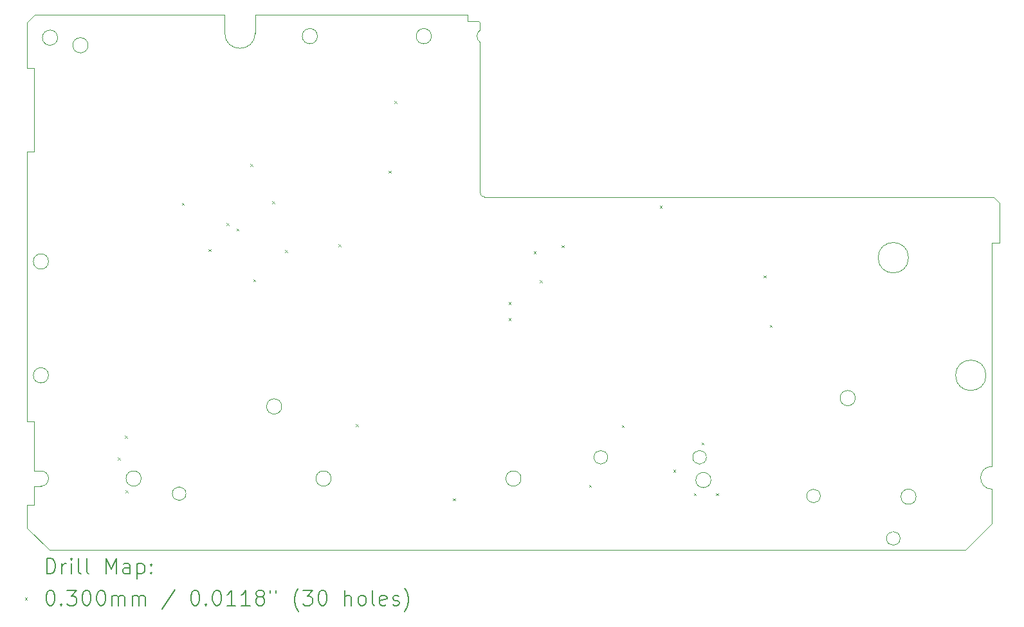
<source format=gbr>
%TF.GenerationSoftware,KiCad,Pcbnew,8.0.5-unknown-202409261835~48b9027842~ubuntu24.04.1*%
%TF.CreationDate,2024-10-03T20:36:13+08:00*%
%TF.ProjectId,EL6170_Pro_Max_Plus,454c3631-3730-45f5-9072-6f5f4d61785f,rev?*%
%TF.SameCoordinates,Original*%
%TF.FileFunction,Drillmap*%
%TF.FilePolarity,Positive*%
%FSLAX45Y45*%
G04 Gerber Fmt 4.5, Leading zero omitted, Abs format (unit mm)*
G04 Created by KiCad (PCBNEW 8.0.5-unknown-202409261835~48b9027842~ubuntu24.04.1) date 2024-10-03 20:36:13*
%MOMM*%
%LPD*%
G01*
G04 APERTURE LIST*
%ADD10C,0.050000*%
%ADD11C,0.200000*%
%ADD12C,0.100000*%
G04 APERTURE END LIST*
D10*
X9380000Y-12460000D02*
X9290000Y-12460000D01*
X21550000Y-13300000D02*
X9490000Y-13300000D01*
X9200000Y-12710000D02*
X9200000Y-13010000D01*
X15220000Y-8650000D02*
X21920000Y-8650000D01*
X20100000Y-11300000D02*
G75*
G02*
X19900000Y-11300000I-100000J0D01*
G01*
X19900000Y-11300000D02*
G75*
G02*
X20100000Y-11300000I100000J0D01*
G01*
X15140000Y-6330000D02*
X15160000Y-6350000D01*
X15000000Y-6250000D02*
X15000000Y-6330000D01*
X9290000Y-11610000D02*
X9200000Y-11610000D01*
X18200000Y-12380000D02*
G75*
G02*
X18000000Y-12380000I-100000J0D01*
G01*
X18000000Y-12380000D02*
G75*
G02*
X18200000Y-12380000I100000J0D01*
G01*
X9600000Y-6550000D02*
G75*
G02*
X9400000Y-6550000I-100000J0D01*
G01*
X9400000Y-6550000D02*
G75*
G02*
X9600000Y-6550000I100000J0D01*
G01*
X21900000Y-12500000D02*
X21900000Y-12950000D01*
X15220000Y-8650000D02*
G75*
G02*
X15160000Y-8590000I0J60000D01*
G01*
X14520000Y-6530000D02*
G75*
G02*
X14320000Y-6530000I-100000J0D01*
G01*
X14320000Y-6530000D02*
G75*
G02*
X14520000Y-6530000I100000J0D01*
G01*
X9290000Y-12260000D02*
X9290000Y-11610000D01*
X11800000Y-6250000D02*
X9300000Y-6250000D01*
X22000000Y-9250000D02*
X21900000Y-9250000D01*
X20690000Y-13150000D02*
G75*
G02*
X20510000Y-13150000I-90000J0D01*
G01*
X20510000Y-13150000D02*
G75*
G02*
X20690000Y-13150000I90000J0D01*
G01*
X21900000Y-9250000D02*
X21900000Y-12200000D01*
X10000000Y-6650000D02*
G75*
G02*
X9800000Y-6650000I-100000J0D01*
G01*
X9800000Y-6650000D02*
G75*
G02*
X10000000Y-6650000I100000J0D01*
G01*
X12550000Y-11410000D02*
G75*
G02*
X12350000Y-11410000I-100000J0D01*
G01*
X12350000Y-11410000D02*
G75*
G02*
X12550000Y-11410000I100000J0D01*
G01*
X9380000Y-12260000D02*
G75*
G02*
X9380000Y-12460000I0J-100000D01*
G01*
X11290000Y-12560000D02*
G75*
G02*
X11110000Y-12560000I-90000J0D01*
G01*
X11110000Y-12560000D02*
G75*
G02*
X11290000Y-12560000I90000J0D01*
G01*
X9490000Y-13300000D02*
X9200000Y-13010000D01*
X9200000Y-6350000D02*
X9200000Y-6950000D01*
X20900000Y-12600000D02*
G75*
G02*
X20700000Y-12600000I-100000J0D01*
G01*
X20700000Y-12600000D02*
G75*
G02*
X20900000Y-12600000I100000J0D01*
G01*
X13200000Y-12360000D02*
G75*
G02*
X13000000Y-12360000I-100000J0D01*
G01*
X13000000Y-12360000D02*
G75*
G02*
X13200000Y-12360000I100000J0D01*
G01*
X9380000Y-12260000D02*
X9290000Y-12260000D01*
X9290000Y-12460000D02*
X9290000Y-12710000D01*
X20800000Y-9450000D02*
G75*
G02*
X20400000Y-9450000I-200000J0D01*
G01*
X20400000Y-9450000D02*
G75*
G02*
X20800000Y-9450000I200000J0D01*
G01*
X21900000Y-12500000D02*
G75*
G02*
X21900000Y-12200000I0J150000D01*
G01*
X13020000Y-6530000D02*
G75*
G02*
X12820000Y-6530000I-100000J0D01*
G01*
X12820000Y-6530000D02*
G75*
G02*
X13020000Y-6530000I100000J0D01*
G01*
X9200000Y-6950000D02*
X9290000Y-6950000D01*
X9200000Y-11610000D02*
X9200000Y-8050000D01*
X18140000Y-12080000D02*
G75*
G02*
X17960000Y-12080000I-90000J0D01*
G01*
X17960000Y-12080000D02*
G75*
G02*
X18140000Y-12080000I90000J0D01*
G01*
X9480000Y-11000000D02*
G75*
G02*
X9280000Y-11000000I-100000J0D01*
G01*
X9280000Y-11000000D02*
G75*
G02*
X9480000Y-11000000I100000J0D01*
G01*
X9290000Y-6950000D02*
X9290000Y-8050000D01*
X9480000Y-9500000D02*
G75*
G02*
X9280000Y-9500000I-100000J0D01*
G01*
X9280000Y-9500000D02*
G75*
G02*
X9480000Y-9500000I100000J0D01*
G01*
X15000000Y-6330000D02*
X15140000Y-6330000D01*
X9290000Y-8050000D02*
X9200000Y-8050000D01*
X21900000Y-12950000D02*
X21550000Y-13300000D01*
X15000000Y-6250000D02*
X12200000Y-6250000D01*
X10700000Y-12360000D02*
G75*
G02*
X10500000Y-12360000I-100000J0D01*
G01*
X10500000Y-12360000D02*
G75*
G02*
X10700000Y-12360000I100000J0D01*
G01*
X12200000Y-6490000D02*
G75*
G02*
X11800000Y-6490000I-200000J0D01*
G01*
X9200000Y-12710000D02*
X9290000Y-12710000D01*
X9200000Y-6350000D02*
X9300000Y-6250000D01*
X15700000Y-12360000D02*
G75*
G02*
X15500000Y-12360000I-100000J0D01*
G01*
X15500000Y-12360000D02*
G75*
G02*
X15700000Y-12360000I100000J0D01*
G01*
X16840000Y-12080000D02*
G75*
G02*
X16660000Y-12080000I-90000J0D01*
G01*
X16660000Y-12080000D02*
G75*
G02*
X16840000Y-12080000I90000J0D01*
G01*
X19640000Y-12590000D02*
G75*
G02*
X19460000Y-12590000I-90000J0D01*
G01*
X19460000Y-12590000D02*
G75*
G02*
X19640000Y-12590000I90000J0D01*
G01*
X15160000Y-6610000D02*
X15160000Y-8590000D01*
X15160000Y-6350000D02*
X15160000Y-6450000D01*
X11800000Y-6490000D02*
X11800000Y-6250000D01*
X21920000Y-8650000D02*
X22000000Y-8730000D01*
X12200000Y-6490000D02*
X12200000Y-6250000D01*
X21820000Y-11000000D02*
G75*
G02*
X21420000Y-11000000I-200000J0D01*
G01*
X21420000Y-11000000D02*
G75*
G02*
X21820000Y-11000000I200000J0D01*
G01*
X22000000Y-8730000D02*
X22000000Y-9250000D01*
X15160000Y-6610000D02*
G75*
G02*
X15160000Y-6450000I60000J80000D01*
G01*
D11*
D12*
X10395000Y-12085000D02*
X10425000Y-12115000D01*
X10425000Y-12085000D02*
X10395000Y-12115000D01*
X10485000Y-11795000D02*
X10515000Y-11825000D01*
X10515000Y-11795000D02*
X10485000Y-11825000D01*
X10495000Y-12516000D02*
X10525000Y-12546000D01*
X10525000Y-12516000D02*
X10495000Y-12546000D01*
X11235000Y-8725000D02*
X11265000Y-8755000D01*
X11265000Y-8725000D02*
X11235000Y-8755000D01*
X11585000Y-9335000D02*
X11615000Y-9365000D01*
X11615000Y-9335000D02*
X11585000Y-9365000D01*
X11825000Y-8995000D02*
X11855000Y-9025000D01*
X11855000Y-8995000D02*
X11825000Y-9025000D01*
X11955000Y-9065000D02*
X11985000Y-9095000D01*
X11985000Y-9065000D02*
X11955000Y-9095000D01*
X12135000Y-8215000D02*
X12165000Y-8245000D01*
X12165000Y-8215000D02*
X12135000Y-8245000D01*
X12175000Y-9735000D02*
X12205000Y-9765000D01*
X12205000Y-9735000D02*
X12175000Y-9765000D01*
X12425000Y-8705000D02*
X12455000Y-8735000D01*
X12455000Y-8705000D02*
X12425000Y-8735000D01*
X12595000Y-9349000D02*
X12625000Y-9379000D01*
X12625000Y-9349000D02*
X12595000Y-9379000D01*
X13295000Y-9275000D02*
X13325000Y-9305000D01*
X13325000Y-9275000D02*
X13295000Y-9305000D01*
X13524786Y-11645213D02*
X13554786Y-11675213D01*
X13554786Y-11645213D02*
X13524786Y-11675213D01*
X13955000Y-8305000D02*
X13985000Y-8335000D01*
X13985000Y-8305000D02*
X13955000Y-8335000D01*
X14035000Y-7385000D02*
X14065000Y-7415000D01*
X14065000Y-7385000D02*
X14035000Y-7415000D01*
X14805000Y-12620000D02*
X14835000Y-12650000D01*
X14835000Y-12620000D02*
X14805000Y-12650000D01*
X15535000Y-10035000D02*
X15565000Y-10065000D01*
X15565000Y-10035000D02*
X15535000Y-10065000D01*
X15535000Y-10245000D02*
X15565000Y-10275000D01*
X15565000Y-10245000D02*
X15535000Y-10275000D01*
X15865000Y-9365000D02*
X15895000Y-9395000D01*
X15895000Y-9365000D02*
X15865000Y-9395000D01*
X15945000Y-9745000D02*
X15975000Y-9775000D01*
X15975000Y-9745000D02*
X15945000Y-9775000D01*
X16235000Y-9285000D02*
X16265000Y-9315000D01*
X16265000Y-9285000D02*
X16235000Y-9315000D01*
X16595000Y-12445000D02*
X16625000Y-12475000D01*
X16625000Y-12445000D02*
X16595000Y-12475000D01*
X17027427Y-11655000D02*
X17057427Y-11685000D01*
X17057427Y-11655000D02*
X17027427Y-11685000D01*
X17525000Y-8765000D02*
X17555000Y-8795000D01*
X17555000Y-8765000D02*
X17525000Y-8795000D01*
X17705000Y-12245000D02*
X17735000Y-12275000D01*
X17735000Y-12245000D02*
X17705000Y-12275000D01*
X17975000Y-12555000D02*
X18005000Y-12585000D01*
X18005000Y-12555000D02*
X17975000Y-12585000D01*
X18075000Y-11885000D02*
X18105000Y-11915000D01*
X18105000Y-11885000D02*
X18075000Y-11915000D01*
X18265000Y-12555000D02*
X18295000Y-12585000D01*
X18295000Y-12555000D02*
X18265000Y-12585000D01*
X18895000Y-9685000D02*
X18925000Y-9715000D01*
X18925000Y-9685000D02*
X18895000Y-9715000D01*
X18975000Y-10335000D02*
X19005000Y-10365000D01*
X19005000Y-10335000D02*
X18975000Y-10365000D01*
D11*
X9458277Y-13613984D02*
X9458277Y-13413984D01*
X9458277Y-13413984D02*
X9505896Y-13413984D01*
X9505896Y-13413984D02*
X9534467Y-13423508D01*
X9534467Y-13423508D02*
X9553515Y-13442555D01*
X9553515Y-13442555D02*
X9563039Y-13461603D01*
X9563039Y-13461603D02*
X9572563Y-13499698D01*
X9572563Y-13499698D02*
X9572563Y-13528269D01*
X9572563Y-13528269D02*
X9563039Y-13566365D01*
X9563039Y-13566365D02*
X9553515Y-13585412D01*
X9553515Y-13585412D02*
X9534467Y-13604460D01*
X9534467Y-13604460D02*
X9505896Y-13613984D01*
X9505896Y-13613984D02*
X9458277Y-13613984D01*
X9658277Y-13613984D02*
X9658277Y-13480650D01*
X9658277Y-13518746D02*
X9667801Y-13499698D01*
X9667801Y-13499698D02*
X9677324Y-13490174D01*
X9677324Y-13490174D02*
X9696372Y-13480650D01*
X9696372Y-13480650D02*
X9715420Y-13480650D01*
X9782086Y-13613984D02*
X9782086Y-13480650D01*
X9782086Y-13413984D02*
X9772563Y-13423508D01*
X9772563Y-13423508D02*
X9782086Y-13433031D01*
X9782086Y-13433031D02*
X9791610Y-13423508D01*
X9791610Y-13423508D02*
X9782086Y-13413984D01*
X9782086Y-13413984D02*
X9782086Y-13433031D01*
X9905896Y-13613984D02*
X9886848Y-13604460D01*
X9886848Y-13604460D02*
X9877324Y-13585412D01*
X9877324Y-13585412D02*
X9877324Y-13413984D01*
X10010658Y-13613984D02*
X9991610Y-13604460D01*
X9991610Y-13604460D02*
X9982086Y-13585412D01*
X9982086Y-13585412D02*
X9982086Y-13413984D01*
X10239229Y-13613984D02*
X10239229Y-13413984D01*
X10239229Y-13413984D02*
X10305896Y-13556841D01*
X10305896Y-13556841D02*
X10372563Y-13413984D01*
X10372563Y-13413984D02*
X10372563Y-13613984D01*
X10553515Y-13613984D02*
X10553515Y-13509222D01*
X10553515Y-13509222D02*
X10543991Y-13490174D01*
X10543991Y-13490174D02*
X10524944Y-13480650D01*
X10524944Y-13480650D02*
X10486848Y-13480650D01*
X10486848Y-13480650D02*
X10467801Y-13490174D01*
X10553515Y-13604460D02*
X10534467Y-13613984D01*
X10534467Y-13613984D02*
X10486848Y-13613984D01*
X10486848Y-13613984D02*
X10467801Y-13604460D01*
X10467801Y-13604460D02*
X10458277Y-13585412D01*
X10458277Y-13585412D02*
X10458277Y-13566365D01*
X10458277Y-13566365D02*
X10467801Y-13547317D01*
X10467801Y-13547317D02*
X10486848Y-13537793D01*
X10486848Y-13537793D02*
X10534467Y-13537793D01*
X10534467Y-13537793D02*
X10553515Y-13528269D01*
X10648753Y-13480650D02*
X10648753Y-13680650D01*
X10648753Y-13490174D02*
X10667801Y-13480650D01*
X10667801Y-13480650D02*
X10705896Y-13480650D01*
X10705896Y-13480650D02*
X10724944Y-13490174D01*
X10724944Y-13490174D02*
X10734467Y-13499698D01*
X10734467Y-13499698D02*
X10743991Y-13518746D01*
X10743991Y-13518746D02*
X10743991Y-13575888D01*
X10743991Y-13575888D02*
X10734467Y-13594936D01*
X10734467Y-13594936D02*
X10724944Y-13604460D01*
X10724944Y-13604460D02*
X10705896Y-13613984D01*
X10705896Y-13613984D02*
X10667801Y-13613984D01*
X10667801Y-13613984D02*
X10648753Y-13604460D01*
X10829705Y-13594936D02*
X10839229Y-13604460D01*
X10839229Y-13604460D02*
X10829705Y-13613984D01*
X10829705Y-13613984D02*
X10820182Y-13604460D01*
X10820182Y-13604460D02*
X10829705Y-13594936D01*
X10829705Y-13594936D02*
X10829705Y-13613984D01*
X10829705Y-13490174D02*
X10839229Y-13499698D01*
X10839229Y-13499698D02*
X10829705Y-13509222D01*
X10829705Y-13509222D02*
X10820182Y-13499698D01*
X10820182Y-13499698D02*
X10829705Y-13490174D01*
X10829705Y-13490174D02*
X10829705Y-13509222D01*
D12*
X9167500Y-13927500D02*
X9197500Y-13957500D01*
X9197500Y-13927500D02*
X9167500Y-13957500D01*
D11*
X9496372Y-13833984D02*
X9515420Y-13833984D01*
X9515420Y-13833984D02*
X9534467Y-13843508D01*
X9534467Y-13843508D02*
X9543991Y-13853031D01*
X9543991Y-13853031D02*
X9553515Y-13872079D01*
X9553515Y-13872079D02*
X9563039Y-13910174D01*
X9563039Y-13910174D02*
X9563039Y-13957793D01*
X9563039Y-13957793D02*
X9553515Y-13995888D01*
X9553515Y-13995888D02*
X9543991Y-14014936D01*
X9543991Y-14014936D02*
X9534467Y-14024460D01*
X9534467Y-14024460D02*
X9515420Y-14033984D01*
X9515420Y-14033984D02*
X9496372Y-14033984D01*
X9496372Y-14033984D02*
X9477324Y-14024460D01*
X9477324Y-14024460D02*
X9467801Y-14014936D01*
X9467801Y-14014936D02*
X9458277Y-13995888D01*
X9458277Y-13995888D02*
X9448753Y-13957793D01*
X9448753Y-13957793D02*
X9448753Y-13910174D01*
X9448753Y-13910174D02*
X9458277Y-13872079D01*
X9458277Y-13872079D02*
X9467801Y-13853031D01*
X9467801Y-13853031D02*
X9477324Y-13843508D01*
X9477324Y-13843508D02*
X9496372Y-13833984D01*
X9648753Y-14014936D02*
X9658277Y-14024460D01*
X9658277Y-14024460D02*
X9648753Y-14033984D01*
X9648753Y-14033984D02*
X9639229Y-14024460D01*
X9639229Y-14024460D02*
X9648753Y-14014936D01*
X9648753Y-14014936D02*
X9648753Y-14033984D01*
X9724944Y-13833984D02*
X9848753Y-13833984D01*
X9848753Y-13833984D02*
X9782086Y-13910174D01*
X9782086Y-13910174D02*
X9810658Y-13910174D01*
X9810658Y-13910174D02*
X9829705Y-13919698D01*
X9829705Y-13919698D02*
X9839229Y-13929222D01*
X9839229Y-13929222D02*
X9848753Y-13948269D01*
X9848753Y-13948269D02*
X9848753Y-13995888D01*
X9848753Y-13995888D02*
X9839229Y-14014936D01*
X9839229Y-14014936D02*
X9829705Y-14024460D01*
X9829705Y-14024460D02*
X9810658Y-14033984D01*
X9810658Y-14033984D02*
X9753515Y-14033984D01*
X9753515Y-14033984D02*
X9734467Y-14024460D01*
X9734467Y-14024460D02*
X9724944Y-14014936D01*
X9972563Y-13833984D02*
X9991610Y-13833984D01*
X9991610Y-13833984D02*
X10010658Y-13843508D01*
X10010658Y-13843508D02*
X10020182Y-13853031D01*
X10020182Y-13853031D02*
X10029705Y-13872079D01*
X10029705Y-13872079D02*
X10039229Y-13910174D01*
X10039229Y-13910174D02*
X10039229Y-13957793D01*
X10039229Y-13957793D02*
X10029705Y-13995888D01*
X10029705Y-13995888D02*
X10020182Y-14014936D01*
X10020182Y-14014936D02*
X10010658Y-14024460D01*
X10010658Y-14024460D02*
X9991610Y-14033984D01*
X9991610Y-14033984D02*
X9972563Y-14033984D01*
X9972563Y-14033984D02*
X9953515Y-14024460D01*
X9953515Y-14024460D02*
X9943991Y-14014936D01*
X9943991Y-14014936D02*
X9934467Y-13995888D01*
X9934467Y-13995888D02*
X9924944Y-13957793D01*
X9924944Y-13957793D02*
X9924944Y-13910174D01*
X9924944Y-13910174D02*
X9934467Y-13872079D01*
X9934467Y-13872079D02*
X9943991Y-13853031D01*
X9943991Y-13853031D02*
X9953515Y-13843508D01*
X9953515Y-13843508D02*
X9972563Y-13833984D01*
X10163039Y-13833984D02*
X10182086Y-13833984D01*
X10182086Y-13833984D02*
X10201134Y-13843508D01*
X10201134Y-13843508D02*
X10210658Y-13853031D01*
X10210658Y-13853031D02*
X10220182Y-13872079D01*
X10220182Y-13872079D02*
X10229705Y-13910174D01*
X10229705Y-13910174D02*
X10229705Y-13957793D01*
X10229705Y-13957793D02*
X10220182Y-13995888D01*
X10220182Y-13995888D02*
X10210658Y-14014936D01*
X10210658Y-14014936D02*
X10201134Y-14024460D01*
X10201134Y-14024460D02*
X10182086Y-14033984D01*
X10182086Y-14033984D02*
X10163039Y-14033984D01*
X10163039Y-14033984D02*
X10143991Y-14024460D01*
X10143991Y-14024460D02*
X10134467Y-14014936D01*
X10134467Y-14014936D02*
X10124944Y-13995888D01*
X10124944Y-13995888D02*
X10115420Y-13957793D01*
X10115420Y-13957793D02*
X10115420Y-13910174D01*
X10115420Y-13910174D02*
X10124944Y-13872079D01*
X10124944Y-13872079D02*
X10134467Y-13853031D01*
X10134467Y-13853031D02*
X10143991Y-13843508D01*
X10143991Y-13843508D02*
X10163039Y-13833984D01*
X10315420Y-14033984D02*
X10315420Y-13900650D01*
X10315420Y-13919698D02*
X10324944Y-13910174D01*
X10324944Y-13910174D02*
X10343991Y-13900650D01*
X10343991Y-13900650D02*
X10372563Y-13900650D01*
X10372563Y-13900650D02*
X10391610Y-13910174D01*
X10391610Y-13910174D02*
X10401134Y-13929222D01*
X10401134Y-13929222D02*
X10401134Y-14033984D01*
X10401134Y-13929222D02*
X10410658Y-13910174D01*
X10410658Y-13910174D02*
X10429705Y-13900650D01*
X10429705Y-13900650D02*
X10458277Y-13900650D01*
X10458277Y-13900650D02*
X10477325Y-13910174D01*
X10477325Y-13910174D02*
X10486848Y-13929222D01*
X10486848Y-13929222D02*
X10486848Y-14033984D01*
X10582086Y-14033984D02*
X10582086Y-13900650D01*
X10582086Y-13919698D02*
X10591610Y-13910174D01*
X10591610Y-13910174D02*
X10610658Y-13900650D01*
X10610658Y-13900650D02*
X10639229Y-13900650D01*
X10639229Y-13900650D02*
X10658277Y-13910174D01*
X10658277Y-13910174D02*
X10667801Y-13929222D01*
X10667801Y-13929222D02*
X10667801Y-14033984D01*
X10667801Y-13929222D02*
X10677325Y-13910174D01*
X10677325Y-13910174D02*
X10696372Y-13900650D01*
X10696372Y-13900650D02*
X10724944Y-13900650D01*
X10724944Y-13900650D02*
X10743991Y-13910174D01*
X10743991Y-13910174D02*
X10753515Y-13929222D01*
X10753515Y-13929222D02*
X10753515Y-14033984D01*
X11143991Y-13824460D02*
X10972563Y-14081603D01*
X11401134Y-13833984D02*
X11420182Y-13833984D01*
X11420182Y-13833984D02*
X11439229Y-13843508D01*
X11439229Y-13843508D02*
X11448753Y-13853031D01*
X11448753Y-13853031D02*
X11458277Y-13872079D01*
X11458277Y-13872079D02*
X11467801Y-13910174D01*
X11467801Y-13910174D02*
X11467801Y-13957793D01*
X11467801Y-13957793D02*
X11458277Y-13995888D01*
X11458277Y-13995888D02*
X11448753Y-14014936D01*
X11448753Y-14014936D02*
X11439229Y-14024460D01*
X11439229Y-14024460D02*
X11420182Y-14033984D01*
X11420182Y-14033984D02*
X11401134Y-14033984D01*
X11401134Y-14033984D02*
X11382086Y-14024460D01*
X11382086Y-14024460D02*
X11372563Y-14014936D01*
X11372563Y-14014936D02*
X11363039Y-13995888D01*
X11363039Y-13995888D02*
X11353515Y-13957793D01*
X11353515Y-13957793D02*
X11353515Y-13910174D01*
X11353515Y-13910174D02*
X11363039Y-13872079D01*
X11363039Y-13872079D02*
X11372563Y-13853031D01*
X11372563Y-13853031D02*
X11382086Y-13843508D01*
X11382086Y-13843508D02*
X11401134Y-13833984D01*
X11553515Y-14014936D02*
X11563039Y-14024460D01*
X11563039Y-14024460D02*
X11553515Y-14033984D01*
X11553515Y-14033984D02*
X11543991Y-14024460D01*
X11543991Y-14024460D02*
X11553515Y-14014936D01*
X11553515Y-14014936D02*
X11553515Y-14033984D01*
X11686848Y-13833984D02*
X11705896Y-13833984D01*
X11705896Y-13833984D02*
X11724944Y-13843508D01*
X11724944Y-13843508D02*
X11734467Y-13853031D01*
X11734467Y-13853031D02*
X11743991Y-13872079D01*
X11743991Y-13872079D02*
X11753515Y-13910174D01*
X11753515Y-13910174D02*
X11753515Y-13957793D01*
X11753515Y-13957793D02*
X11743991Y-13995888D01*
X11743991Y-13995888D02*
X11734467Y-14014936D01*
X11734467Y-14014936D02*
X11724944Y-14024460D01*
X11724944Y-14024460D02*
X11705896Y-14033984D01*
X11705896Y-14033984D02*
X11686848Y-14033984D01*
X11686848Y-14033984D02*
X11667801Y-14024460D01*
X11667801Y-14024460D02*
X11658277Y-14014936D01*
X11658277Y-14014936D02*
X11648753Y-13995888D01*
X11648753Y-13995888D02*
X11639229Y-13957793D01*
X11639229Y-13957793D02*
X11639229Y-13910174D01*
X11639229Y-13910174D02*
X11648753Y-13872079D01*
X11648753Y-13872079D02*
X11658277Y-13853031D01*
X11658277Y-13853031D02*
X11667801Y-13843508D01*
X11667801Y-13843508D02*
X11686848Y-13833984D01*
X11943991Y-14033984D02*
X11829706Y-14033984D01*
X11886848Y-14033984D02*
X11886848Y-13833984D01*
X11886848Y-13833984D02*
X11867801Y-13862555D01*
X11867801Y-13862555D02*
X11848753Y-13881603D01*
X11848753Y-13881603D02*
X11829706Y-13891127D01*
X12134467Y-14033984D02*
X12020182Y-14033984D01*
X12077325Y-14033984D02*
X12077325Y-13833984D01*
X12077325Y-13833984D02*
X12058277Y-13862555D01*
X12058277Y-13862555D02*
X12039229Y-13881603D01*
X12039229Y-13881603D02*
X12020182Y-13891127D01*
X12248753Y-13919698D02*
X12229706Y-13910174D01*
X12229706Y-13910174D02*
X12220182Y-13900650D01*
X12220182Y-13900650D02*
X12210658Y-13881603D01*
X12210658Y-13881603D02*
X12210658Y-13872079D01*
X12210658Y-13872079D02*
X12220182Y-13853031D01*
X12220182Y-13853031D02*
X12229706Y-13843508D01*
X12229706Y-13843508D02*
X12248753Y-13833984D01*
X12248753Y-13833984D02*
X12286848Y-13833984D01*
X12286848Y-13833984D02*
X12305896Y-13843508D01*
X12305896Y-13843508D02*
X12315420Y-13853031D01*
X12315420Y-13853031D02*
X12324944Y-13872079D01*
X12324944Y-13872079D02*
X12324944Y-13881603D01*
X12324944Y-13881603D02*
X12315420Y-13900650D01*
X12315420Y-13900650D02*
X12305896Y-13910174D01*
X12305896Y-13910174D02*
X12286848Y-13919698D01*
X12286848Y-13919698D02*
X12248753Y-13919698D01*
X12248753Y-13919698D02*
X12229706Y-13929222D01*
X12229706Y-13929222D02*
X12220182Y-13938746D01*
X12220182Y-13938746D02*
X12210658Y-13957793D01*
X12210658Y-13957793D02*
X12210658Y-13995888D01*
X12210658Y-13995888D02*
X12220182Y-14014936D01*
X12220182Y-14014936D02*
X12229706Y-14024460D01*
X12229706Y-14024460D02*
X12248753Y-14033984D01*
X12248753Y-14033984D02*
X12286848Y-14033984D01*
X12286848Y-14033984D02*
X12305896Y-14024460D01*
X12305896Y-14024460D02*
X12315420Y-14014936D01*
X12315420Y-14014936D02*
X12324944Y-13995888D01*
X12324944Y-13995888D02*
X12324944Y-13957793D01*
X12324944Y-13957793D02*
X12315420Y-13938746D01*
X12315420Y-13938746D02*
X12305896Y-13929222D01*
X12305896Y-13929222D02*
X12286848Y-13919698D01*
X12401134Y-13833984D02*
X12401134Y-13872079D01*
X12477325Y-13833984D02*
X12477325Y-13872079D01*
X12772563Y-14110174D02*
X12763039Y-14100650D01*
X12763039Y-14100650D02*
X12743991Y-14072079D01*
X12743991Y-14072079D02*
X12734468Y-14053031D01*
X12734468Y-14053031D02*
X12724944Y-14024460D01*
X12724944Y-14024460D02*
X12715420Y-13976841D01*
X12715420Y-13976841D02*
X12715420Y-13938746D01*
X12715420Y-13938746D02*
X12724944Y-13891127D01*
X12724944Y-13891127D02*
X12734468Y-13862555D01*
X12734468Y-13862555D02*
X12743991Y-13843508D01*
X12743991Y-13843508D02*
X12763039Y-13814936D01*
X12763039Y-13814936D02*
X12772563Y-13805412D01*
X12829706Y-13833984D02*
X12953515Y-13833984D01*
X12953515Y-13833984D02*
X12886848Y-13910174D01*
X12886848Y-13910174D02*
X12915420Y-13910174D01*
X12915420Y-13910174D02*
X12934468Y-13919698D01*
X12934468Y-13919698D02*
X12943991Y-13929222D01*
X12943991Y-13929222D02*
X12953515Y-13948269D01*
X12953515Y-13948269D02*
X12953515Y-13995888D01*
X12953515Y-13995888D02*
X12943991Y-14014936D01*
X12943991Y-14014936D02*
X12934468Y-14024460D01*
X12934468Y-14024460D02*
X12915420Y-14033984D01*
X12915420Y-14033984D02*
X12858277Y-14033984D01*
X12858277Y-14033984D02*
X12839229Y-14024460D01*
X12839229Y-14024460D02*
X12829706Y-14014936D01*
X13077325Y-13833984D02*
X13096372Y-13833984D01*
X13096372Y-13833984D02*
X13115420Y-13843508D01*
X13115420Y-13843508D02*
X13124944Y-13853031D01*
X13124944Y-13853031D02*
X13134468Y-13872079D01*
X13134468Y-13872079D02*
X13143991Y-13910174D01*
X13143991Y-13910174D02*
X13143991Y-13957793D01*
X13143991Y-13957793D02*
X13134468Y-13995888D01*
X13134468Y-13995888D02*
X13124944Y-14014936D01*
X13124944Y-14014936D02*
X13115420Y-14024460D01*
X13115420Y-14024460D02*
X13096372Y-14033984D01*
X13096372Y-14033984D02*
X13077325Y-14033984D01*
X13077325Y-14033984D02*
X13058277Y-14024460D01*
X13058277Y-14024460D02*
X13048753Y-14014936D01*
X13048753Y-14014936D02*
X13039229Y-13995888D01*
X13039229Y-13995888D02*
X13029706Y-13957793D01*
X13029706Y-13957793D02*
X13029706Y-13910174D01*
X13029706Y-13910174D02*
X13039229Y-13872079D01*
X13039229Y-13872079D02*
X13048753Y-13853031D01*
X13048753Y-13853031D02*
X13058277Y-13843508D01*
X13058277Y-13843508D02*
X13077325Y-13833984D01*
X13382087Y-14033984D02*
X13382087Y-13833984D01*
X13467801Y-14033984D02*
X13467801Y-13929222D01*
X13467801Y-13929222D02*
X13458277Y-13910174D01*
X13458277Y-13910174D02*
X13439230Y-13900650D01*
X13439230Y-13900650D02*
X13410658Y-13900650D01*
X13410658Y-13900650D02*
X13391610Y-13910174D01*
X13391610Y-13910174D02*
X13382087Y-13919698D01*
X13591610Y-14033984D02*
X13572563Y-14024460D01*
X13572563Y-14024460D02*
X13563039Y-14014936D01*
X13563039Y-14014936D02*
X13553515Y-13995888D01*
X13553515Y-13995888D02*
X13553515Y-13938746D01*
X13553515Y-13938746D02*
X13563039Y-13919698D01*
X13563039Y-13919698D02*
X13572563Y-13910174D01*
X13572563Y-13910174D02*
X13591610Y-13900650D01*
X13591610Y-13900650D02*
X13620182Y-13900650D01*
X13620182Y-13900650D02*
X13639230Y-13910174D01*
X13639230Y-13910174D02*
X13648753Y-13919698D01*
X13648753Y-13919698D02*
X13658277Y-13938746D01*
X13658277Y-13938746D02*
X13658277Y-13995888D01*
X13658277Y-13995888D02*
X13648753Y-14014936D01*
X13648753Y-14014936D02*
X13639230Y-14024460D01*
X13639230Y-14024460D02*
X13620182Y-14033984D01*
X13620182Y-14033984D02*
X13591610Y-14033984D01*
X13772563Y-14033984D02*
X13753515Y-14024460D01*
X13753515Y-14024460D02*
X13743991Y-14005412D01*
X13743991Y-14005412D02*
X13743991Y-13833984D01*
X13924944Y-14024460D02*
X13905896Y-14033984D01*
X13905896Y-14033984D02*
X13867801Y-14033984D01*
X13867801Y-14033984D02*
X13848753Y-14024460D01*
X13848753Y-14024460D02*
X13839230Y-14005412D01*
X13839230Y-14005412D02*
X13839230Y-13929222D01*
X13839230Y-13929222D02*
X13848753Y-13910174D01*
X13848753Y-13910174D02*
X13867801Y-13900650D01*
X13867801Y-13900650D02*
X13905896Y-13900650D01*
X13905896Y-13900650D02*
X13924944Y-13910174D01*
X13924944Y-13910174D02*
X13934468Y-13929222D01*
X13934468Y-13929222D02*
X13934468Y-13948269D01*
X13934468Y-13948269D02*
X13839230Y-13967317D01*
X14010658Y-14024460D02*
X14029706Y-14033984D01*
X14029706Y-14033984D02*
X14067801Y-14033984D01*
X14067801Y-14033984D02*
X14086849Y-14024460D01*
X14086849Y-14024460D02*
X14096372Y-14005412D01*
X14096372Y-14005412D02*
X14096372Y-13995888D01*
X14096372Y-13995888D02*
X14086849Y-13976841D01*
X14086849Y-13976841D02*
X14067801Y-13967317D01*
X14067801Y-13967317D02*
X14039230Y-13967317D01*
X14039230Y-13967317D02*
X14020182Y-13957793D01*
X14020182Y-13957793D02*
X14010658Y-13938746D01*
X14010658Y-13938746D02*
X14010658Y-13929222D01*
X14010658Y-13929222D02*
X14020182Y-13910174D01*
X14020182Y-13910174D02*
X14039230Y-13900650D01*
X14039230Y-13900650D02*
X14067801Y-13900650D01*
X14067801Y-13900650D02*
X14086849Y-13910174D01*
X14163039Y-14110174D02*
X14172563Y-14100650D01*
X14172563Y-14100650D02*
X14191611Y-14072079D01*
X14191611Y-14072079D02*
X14201134Y-14053031D01*
X14201134Y-14053031D02*
X14210658Y-14024460D01*
X14210658Y-14024460D02*
X14220182Y-13976841D01*
X14220182Y-13976841D02*
X14220182Y-13938746D01*
X14220182Y-13938746D02*
X14210658Y-13891127D01*
X14210658Y-13891127D02*
X14201134Y-13862555D01*
X14201134Y-13862555D02*
X14191611Y-13843508D01*
X14191611Y-13843508D02*
X14172563Y-13814936D01*
X14172563Y-13814936D02*
X14163039Y-13805412D01*
M02*

</source>
